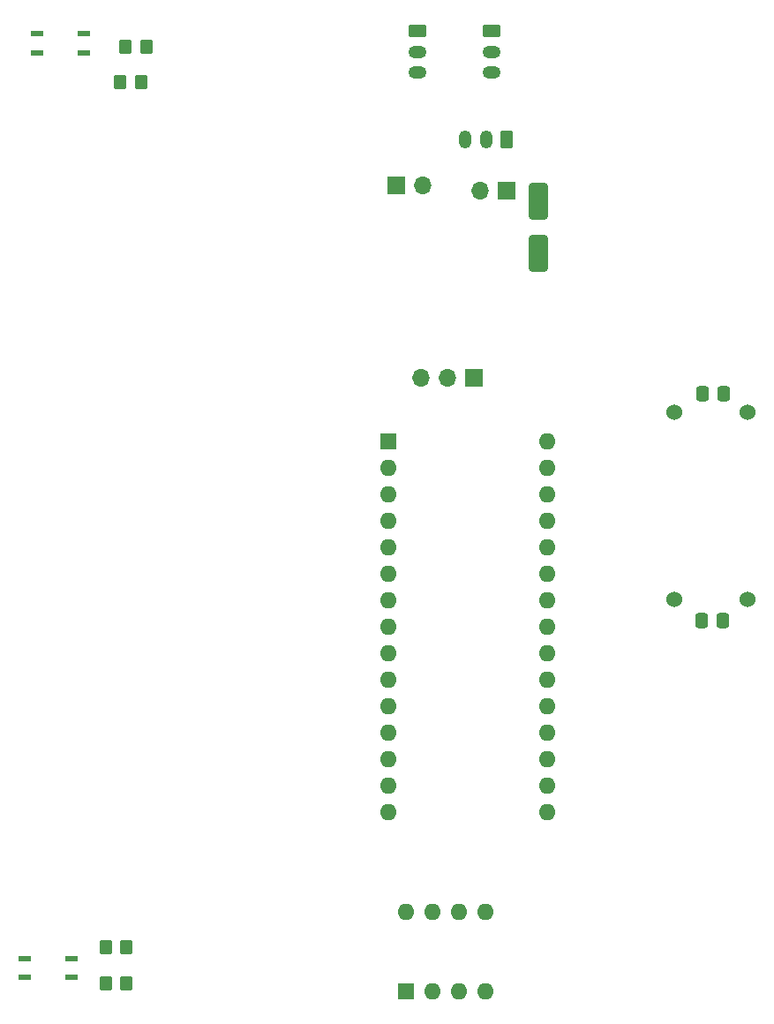
<source format=gbr>
%TF.GenerationSoftware,KiCad,Pcbnew,8.0.2*%
%TF.CreationDate,2024-10-05T18:09:16+02:00*%
%TF.ProjectId,CalkaBot_PCB,43616c6b-6142-46f7-945f-5043422e6b69,rev?*%
%TF.SameCoordinates,Original*%
%TF.FileFunction,Soldermask,Bot*%
%TF.FilePolarity,Negative*%
%FSLAX46Y46*%
G04 Gerber Fmt 4.6, Leading zero omitted, Abs format (unit mm)*
G04 Created by KiCad (PCBNEW 8.0.2) date 2024-10-05 18:09:16*
%MOMM*%
%LPD*%
G01*
G04 APERTURE LIST*
G04 Aperture macros list*
%AMRoundRect*
0 Rectangle with rounded corners*
0 $1 Rounding radius*
0 $2 $3 $4 $5 $6 $7 $8 $9 X,Y pos of 4 corners*
0 Add a 4 corners polygon primitive as box body*
4,1,4,$2,$3,$4,$5,$6,$7,$8,$9,$2,$3,0*
0 Add four circle primitives for the rounded corners*
1,1,$1+$1,$2,$3*
1,1,$1+$1,$4,$5*
1,1,$1+$1,$6,$7*
1,1,$1+$1,$8,$9*
0 Add four rect primitives between the rounded corners*
20,1,$1+$1,$2,$3,$4,$5,0*
20,1,$1+$1,$4,$5,$6,$7,0*
20,1,$1+$1,$6,$7,$8,$9,0*
20,1,$1+$1,$8,$9,$2,$3,0*%
G04 Aperture macros list end*
%ADD10R,1.600000X1.600000*%
%ADD11O,1.600000X1.600000*%
%ADD12C,1.524000*%
%ADD13R,1.700000X1.700000*%
%ADD14O,1.700000X1.700000*%
%ADD15RoundRect,0.250000X-0.625000X0.350000X-0.625000X-0.350000X0.625000X-0.350000X0.625000X0.350000X0*%
%ADD16O,1.750000X1.200000*%
%ADD17RoundRect,0.250000X0.350000X0.625000X-0.350000X0.625000X-0.350000X-0.625000X0.350000X-0.625000X0*%
%ADD18O,1.200000X1.750000*%
%ADD19RoundRect,0.250000X-0.337500X-0.475000X0.337500X-0.475000X0.337500X0.475000X-0.337500X0.475000X0*%
%ADD20R,1.219200X0.558800*%
%ADD21RoundRect,0.250000X-0.350000X-0.450000X0.350000X-0.450000X0.350000X0.450000X-0.350000X0.450000X0*%
%ADD22RoundRect,0.250000X0.337500X0.475000X-0.337500X0.475000X-0.337500X-0.475000X0.337500X-0.475000X0*%
%ADD23RoundRect,0.250000X0.650000X-1.500000X0.650000X1.500000X-0.650000X1.500000X-0.650000X-1.500000X0*%
G04 APERTURE END LIST*
D10*
%TO.C,A1*%
X57990000Y-61750000D03*
D11*
X57990000Y-64290000D03*
X57990000Y-66830000D03*
X57990000Y-69370000D03*
X57990000Y-71910000D03*
X57990000Y-74450000D03*
X57990000Y-76990000D03*
X57990000Y-79530000D03*
X57990000Y-82070000D03*
X57990000Y-84610000D03*
X57990000Y-87150000D03*
X57990000Y-89690000D03*
X57990000Y-92230000D03*
X57990000Y-94770000D03*
X57990000Y-97310000D03*
X73230000Y-97310000D03*
X73230000Y-94770000D03*
X73230000Y-92230000D03*
X73230000Y-89690000D03*
X73230000Y-87150000D03*
X73230000Y-84610000D03*
X73230000Y-82070000D03*
X73230000Y-79530000D03*
X73230000Y-76990000D03*
X73230000Y-74450000D03*
X73230000Y-71910000D03*
X73230000Y-69370000D03*
X73230000Y-66830000D03*
X73230000Y-64290000D03*
X73230000Y-61750000D03*
%TD*%
D12*
%TO.C,M1*%
X92500000Y-59000000D03*
X85500000Y-59000000D03*
%TD*%
D10*
%TO.C,SW1*%
X59760000Y-114520000D03*
D11*
X62300000Y-114520000D03*
X64840000Y-114520000D03*
X67380000Y-114520000D03*
X67380000Y-106900000D03*
X64840000Y-106900000D03*
X62300000Y-106900000D03*
X59760000Y-106900000D03*
%TD*%
D13*
%TO.C,J4*%
X58762500Y-37187500D03*
D14*
X61302500Y-37187500D03*
%TD*%
D13*
%TO.C,J6*%
X66240000Y-55700000D03*
D14*
X63700000Y-55700000D03*
X61160000Y-55700000D03*
%TD*%
D15*
%TO.C,J3*%
X67950000Y-22400000D03*
D16*
X67950000Y-24400000D03*
X67950000Y-26400000D03*
%TD*%
D17*
%TO.C,J1*%
X69400000Y-32800000D03*
D18*
X67400000Y-32800000D03*
X65400000Y-32800000D03*
%TD*%
D12*
%TO.C,M2*%
X85500000Y-76956000D03*
X92500000Y-76956000D03*
%TD*%
D13*
%TO.C,J5*%
X69337500Y-37712500D03*
D14*
X66797500Y-37712500D03*
%TD*%
D15*
%TO.C,J2*%
X60850000Y-22400000D03*
D16*
X60850000Y-24400000D03*
X60850000Y-26400000D03*
%TD*%
D19*
%TO.C,C11*%
X88162500Y-57200000D03*
X90237500Y-57200000D03*
%TD*%
D20*
%TO.C,Q2*%
X27647900Y-113201700D03*
X27647900Y-111398300D03*
X23152100Y-111398300D03*
X23152100Y-113201700D03*
%TD*%
D21*
%TO.C,R5*%
X30900000Y-113800000D03*
X32900000Y-113800000D03*
%TD*%
%TO.C,R4*%
X32300000Y-27300000D03*
X34300000Y-27300000D03*
%TD*%
%TO.C,R1*%
X32800000Y-23900000D03*
X34800000Y-23900000D03*
%TD*%
D22*
%TO.C,C12*%
X90137500Y-79000000D03*
X88062500Y-79000000D03*
%TD*%
D23*
%TO.C,D3*%
X72462500Y-43712500D03*
X72462500Y-38712500D03*
%TD*%
D21*
%TO.C,R3*%
X30900000Y-110300000D03*
X32900000Y-110300000D03*
%TD*%
D20*
%TO.C,Q1*%
X28847900Y-24501700D03*
X28847900Y-22698300D03*
X24352100Y-22698300D03*
X24352100Y-24501700D03*
%TD*%
M02*

</source>
